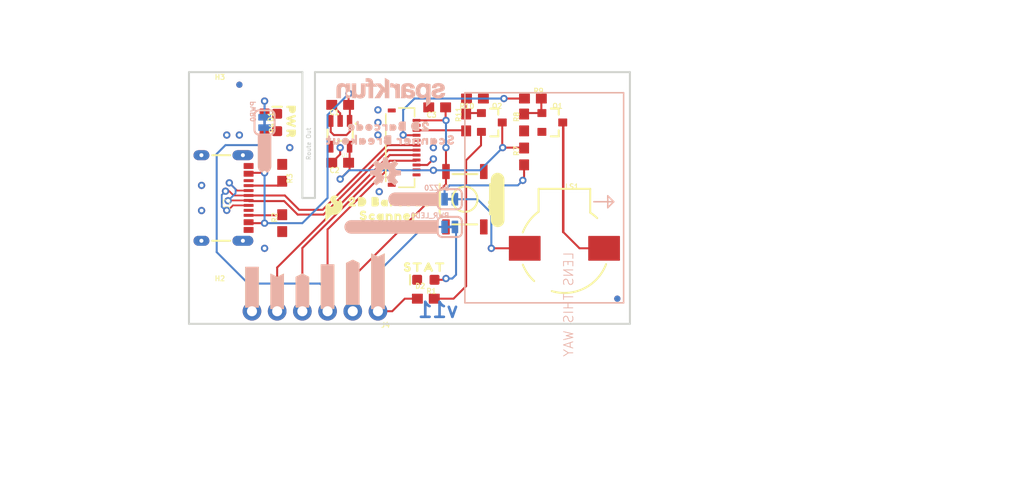
<source format=kicad_pcb>
(kicad_pcb (version 20211014) (generator pcbnew)
  (layers (0 "F.Cu" signal) (31 "B.Cu" signal) (34 "B.Paste" user) (35 "F.Paste" user) (36 "B.SilkS" user "B.Silkscreen") (37 "F.SilkS" user "F.Silkscreen") (38 "B.Mask" user) (39 "F.Mask" user) (44 "Edge.Cuts" user))
  (net 0 "")
  (net 1 "GND")
  (net 2 "3.3V")
  (net 3 "TXO")
  (net 4 "RXI")
  (net 5 "5V")
  (net 6 "CC3")
  (net 7 "CC4")
  (net 8 "BUZZER")
  (net 9 "STATUS_LED")
  (net 10 "~{SCAN_TRIGGER}")
  (net 11 "N$2")
  (net 12 "N$5")
  (net 13 "N$4")
  (net 14 "N$7")
  (net 15 "USB_N")
  (net 16 "USB_P")
  (net 17 "STATUS_OUT")
  (net 18 "N$8")
  (net 19 "N$1")
  (net 20 "N$3")
  (net 21 "N$6")
  (net 22 "N$9")
  (footprint "boardEagle:SOT23-3" (layer "F.Cu") (at 162.8521 97.3836 -90)
    (fp_text reference "Q1" (at -1.651 0) (layer "F.SilkS") (effects (font (size 0.512064 0.512064) (thickness 0.097536)) (justify left)))
    (fp_text value "600mA/40V")
    (pad "1" smd roundrect (at -0.95 1 270) (size 0.8 0.9) (layers "F.Cu" "F.Paste" "F.Mask") (roundrect_rratio 0.0635) (net 12 "N$5"))
    (pad "2" smd roundrect (at 0.95 1 270) (size 0.8 0.9) (layers "F.Cu" "F.Paste" "F.Mask") (roundrect_rratio 0.0635) (net 1 "GND"))
    (pad "3" smd roundrect (at 0 -1.1 270) (size 0.8 0.9) (layers "F.Cu" "F.Paste" "F.Mask") (roundrect_rratio 0.0635) (net 11 "N$2"))
  )
  (footprint "boardEagle:0603" (layer "F.Cu") (at 160.0581 100.8126 90)
    (fp_text reference "R7" (at 0 -0.762 90) (layer "F.SilkS") (effects (font (size 0.512064 0.512064) (thickness 0.097536)) (justify left)))
    (fp_text value "10")
    (pad "1" smd roundrect (at -0.85 0 90) (size 1.1 1) (layers "F.Cu" "F.Paste" "F.Mask") (roundrect_rratio 0.0508) (net 19 "N$1"))
    (pad "2" smd roundrect (at 0.85 0 90) (size 1.1 1) (layers "F.Cu" "F.Paste" "F.Mask") (roundrect_rratio 0.0508) (net 2 "3.3V"))
  )
  (footprint "boardEagle:BUZZER-CCV" (layer "F.Cu") (at 164.1221 110.0836 180)
    (fp_text reference "LS1" (at 0 6.223) (layer "F.SilkS") (effects (font (size 0.512064 0.512064) (thickness 0.097536)) (justify left)))
    (fp_text value "BUZZER-SMD")
    (pad "" np_thru_hole circle (at 2.25 -3.9 180) (size 0.8 0.8) (drill 0.8) (layers *.Cu *.Mask))
    (pad "" np_thru_hole circle (at -3.9 2.25 180) (size 0.8 0.8) (drill 0.8) (layers *.Cu *.Mask))
    (pad "+" smd roundrect (at 4 0 180) (size 3.2 2.5) (layers "F.Cu" "F.Paste" "F.Mask") (roundrect_rratio 0.02032) (net 20 "N$3"))
    (pad "-" smd roundrect (at -4 0 180) (size 3.2 2.5) (layers "F.Cu" "F.Paste" "F.Mask") (roundrect_rratio 0.02032) (net 11 "N$2"))
  )
  (footprint "boardEagle:0603" (layer "F.Cu") (at 154.2161 97.3836 90)
    (fp_text reference "R11" (at 0 -0.762 90) (layer "F.SilkS") (effects (font (size 0.512064 0.512064) (thickness 0.097536)) (justify left)))
    (fp_text value "1k")
    (pad "1" smd roundrect (at -0.85 0 90) (size 1.1 1) (layers "F.Cu" "F.Paste" "F.Mask") (roundrect_rratio 0.0508) (net 9 "STATUS_LED"))
    (pad "2" smd roundrect (at 0.85 0 90) (size 1.1 1) (layers "F.Cu" "F.Paste" "F.Mask") (roundrect_rratio 0.0508) (net 14 "N$7"))
  )
  (footprint "boardEagle:SOT23-3" (layer "F.Cu") (at 156.7561 97.3836 -90)
    (fp_text reference "Q2" (at -1.651 0) (layer "F.SilkS") (effects (font (size 0.512064 0.512064) (thickness 0.097536)) (justify left)))
    (fp_text value "600mA/40V")
    (pad "1" smd roundrect (at -0.95 1 270) (size 0.8 0.9) (layers "F.Cu" "F.Paste" "F.Mask") (roundrect_rratio 0.0635) (net 14 "N$7"))
    (pad "2" smd roundrect (at 0.95 1 270) (size 0.8 0.9) (layers "F.Cu" "F.Paste" "F.Mask") (roundrect_rratio 0.0635) (net 13 "N$4"))
    (pad "3" smd roundrect (at 0 -1.1 270) (size 0.8 0.9) (layers "F.Cu" "F.Paste" "F.Mask") (roundrect_rratio 0.0635) (net 2 "3.3V"))
  )
  (footprint "boardEagle:0603" (layer "F.Cu") (at 160.9471 94.9706)
    (fp_text reference "R9" (at 0 -0.762) (layer "F.SilkS") (effects (font (size 0.512064 0.512064) (thickness 0.097536)) (justify left)))
    (fp_text value "1k")
    (pad "1" smd roundrect (at -0.85 0) (size 1.1 1) (layers "F.Cu" "F.Paste" "F.Mask") (roundrect_rratio 0.0508) (net 8 "BUZZER"))
    (pad "2" smd roundrect (at 0.85 0) (size 1.1 1) (layers "F.Cu" "F.Paste" "F.Mask") (roundrect_rratio 0.0508) (net 12 "N$5"))
  )
  (footprint "boardEagle:LED-0603" (layer "F.Cu") (at 150.1521 113.2586 180)
    (fp_text reference "D2" (at 0 -0.635) (layer "F.SilkS") (effects (font (size 0.512064 0.512064) (thickness 0.097536)) (justify right)))
    (fp_text value "GREEN")
    (pad "A" smd roundrect (at -0.877 0 90) (size 1 1) (layers "F.Cu" "F.Paste" "F.Mask") (roundrect_rratio 0.15) (net 18 "N$8"))
    (pad "C" smd roundrect (at 0.877 0 90) (size 1 1) (layers "F.Cu" "F.Paste" "F.Mask") (roundrect_rratio 0.15) (net 1 "GND"))
  )
  (footprint "boardEagle:FIDUCIAL-MICRO" (layer "F.Cu") (at 169.4561 115.1636)
    (fp_text reference "FD2" hide)
    (fp_text value "FIDUCIALUFIDUCIAL" hide)
    (pad "1" smd roundrect (at 0 0) (size 0.635 0.635) (layers "F.Cu" "F.Mask") (roundrect_rratio 0.5))
  )
  (footprint "boardEagle:LED-0603" (layer "F.Cu") (at 135.1661 97.3836 90)
    (fp_text reference "D1" (at 0 -0.635 90) (layer "F.SilkS") (effects (font (size 0.512064 0.512064) (thickness 0.097536)) (justify left)))
    (fp_text value "RED")
    (pad "A" smd roundrect (at -0.877 0) (size 1 1) (layers "F.Cu" "F.Paste" "F.Mask") (roundrect_rratio 0.15) (net 22 "N$9"))
    (pad "C" smd roundrect (at 0.877 0) (size 1 1) (layers "F.Cu" "F.Paste" "F.Mask") (roundrect_rratio 0.15) (net 1 "GND"))
  )
  (footprint "boardEagle:0603" (layer "F.Cu") (at 155.1051 94.9706 180)
    (fp_text reference "R10" (at 0 -0.762) (layer "F.SilkS") (effects (font (size 0.512064 0.512064) (thickness 0.097536)) (justify right)))
    (fp_text value "10k")
    (pad "1" smd roundrect (at -0.85 0 180) (size 1.1 1) (layers "F.Cu" "F.Paste" "F.Mask") (roundrect_rratio 0.0508) (net 1 "GND"))
    (pad "2" smd roundrect (at 0.85 0 180) (size 1.1 1) (layers "F.Cu" "F.Paste" "F.Mask") (roundrect_rratio 0.0508) (net 14 "N$7"))
  )
  (footprint "boardEagle:0603" (layer "F.Cu") (at 160.0581 97.3836 90)
    (fp_text reference "R8" (at 0 -0.762 90) (layer "F.SilkS") (effects (font (size 0.512064 0.512064) (thickness 0.097536)) (justify left)))
    (fp_text value "10k")
    (pad "1" smd roundrect (at -0.85 0 90) (size 1.1 1) (layers "F.Cu" "F.Paste" "F.Mask") (roundrect_rratio 0.0508) (net 1 "GND"))
    (pad "2" smd roundrect (at 0.85 0 90) (size 1.1 1) (layers "F.Cu" "F.Paste" "F.Mask") (roundrect_rratio 0.0508) (net 12 "N$5"))
  )
  (footprint "boardEagle:0603" (layer "F.Cu") (at 141.5161 101.4476 180)
    (fp_text reference "C2" (at 0 -0.762) (layer "F.SilkS") (effects (font (size 0.512064 0.512064) (thickness 0.097536)) (justify right)))
    (fp_text value "1.0uF")
    (pad "1" smd roundrect (at -0.85 0 180) (size 1.1 1) (layers "F.Cu" "F.Paste" "F.Mask") (roundrect_rratio 0.0508) (net 2 "3.3V"))
    (pad "2" smd roundrect (at 0.85 0 180) (size 1.1 1) (layers "F.Cu" "F.Paste" "F.Mask") (roundrect_rratio 0.0508) (net 1 "GND"))
  )
  (footprint "boardEagle:##TRIG##0" (layer "F.Cu") (at 142.7861 111.2266 -90)
    (fp_text reference "U$1" hide)
    (fp_text value "" hide)
  )
  (footprint "boardEagle:PWR0" (layer "F.Cu") (at 136.5631 94.9706 -90)
    (fp_text reference "U$8" hide)
    (fp_text value "" hide)
  )
  (footprint "boardEagle:1X06_NO_SILK" (layer "F.Cu") (at 145.3261 116.4336 180)
    (fp_text reference "J4" (at -1.27 -1.397) (layer "F.SilkS") (effects (font (size 0.512064 0.512064) (thickness 0.097536)) (justify right)))
    (fp_text value "")
    (pad "1" thru_hole circle (at 0 0 270) (size 1.8796 1.8796) (drill 1.016) (layers *.Cu *.Mask) (net 17 "STATUS_OUT"))
    (pad "2" thru_hole circle (at 2.54 0 270) (size 1.8796 1.8796) (drill 1.016) (layers *.Cu *.Mask) (net 10 "~{SCAN_TRIGGER}"))
    (pad "3" thru_hole circle (at 5.08 0 270) (size 1.8796 1.8796) (drill 1.016) (layers *.Cu *.Mask) (net 2 "3.3V"))
    (pad "4" thru_hole circle (at 7.62 0 270) (size 1.8796 1.8796) (drill 1.016) (layers *.Cu *.Mask) (net 4 "RXI"))
    (pad "5" thru_hole circle (at 10.16 0 270) (size 1.8796 1.8796) (drill 1.016) (layers *.Cu *.Mask) (net 3 "TXO"))
    (pad "6" thru_hole circle (at 12.7 0 270) (size 1.8796 1.8796) (drill 1.016) (layers *.Cu *.Mask) (net 1 "GND"))
  )
  (footprint "boardEagle:#TX_#0" (layer "F.Cu") (at 135.1661 112.6236 -90)
    (fp_text reference "U$26" hide)
    (fp_text value "" hide)
  )
  (footprint "boardEagle:TACTILE_SWITCH_SMD_5.2MM" (layer "F.Cu") (at 154.0891 105.1306 -90)
    (fp_text reference "S2" (at 0 -2.667 90) (layer "F.SilkS") (effects (font (size 0.512064 0.512064) (thickness 0.097536)) (justify right)))
    (fp_text value "MOMENTARY-SWITCH-SPST-SMD-5.2MM-TALL")
    (pad "1" smd roundrect (at -2.794 -1.905) (size 0.762 1.524) (layers "F.Cu" "F.Paste" "F.Mask") (roundrect_rratio 0.06666666667) (net 1 "GND"))
    (pad "2" smd roundrect (at 2.794 -1.905) (size 0.762 1.524) (layers "F.Cu" "F.Paste" "F.Mask") (roundrect_rratio 0.06666666667))
    (pad "3" smd roundrect (at -2.794 1.905) (size 0.762 1.524) (layers "F.Cu" "F.Paste" "F.Mask") (roundrect_rratio 0.06666666667) (net 10 "~{SCAN_TRIGGER}"))
    (pad "4" smd roundrect (at 2.794 1.905) (size 0.762 1.524) (layers "F.Cu" "F.Paste" "F.Mask") (roundrect_rratio 0.06666666667))
  )
  (footprint "boardEagle:0603" (layer "F.Cu") (at 135.6741 102.4636 -90)
    (fp_text reference "R3" (at 0 -0.762 90) (layer "F.SilkS") (effects (font (size 0.512064 0.512064) (thickness 0.097536)) (justify right)))
    (fp_text value "5.1k")
    (pad "1" smd roundrect (at -0.85 0 270) (size 1.1 1) (layers "F.Cu" "F.Paste" "F.Mask") (roundrect_rratio 0.0508) (net 1 "GND"))
    (pad "2" smd roundrect (at 0.85 0 270) (size 1.1 1) (layers "F.Cu" "F.Paste" "F.Mask") (roundrect_rratio 0.0508) (net 6 "CC3"))
  )
  (footprint "boardEagle:0603" (layer "F.Cu") (at 135.6741 107.5436 90)
    (fp_text reference "R2" (at 0 -0.762 90) (layer "F.SilkS") (effects (font (size 0.512064 0.512064) (thickness 0.097536)) (justify left)))
    (fp_text value "5.1k")
    (pad "1" smd roundrect (at -0.85 0 90) (size 1.1 1) (layers "F.Cu" "F.Paste" "F.Mask") (roundrect_rratio 0.0508) (net 1 "GND"))
    (pad "2" smd roundrect (at 0.85 0 90) (size 1.1 1) (layers "F.Cu" "F.Paste" "F.Mask") (roundrect_rratio 0.0508) (net 7 "CC4"))
  )
  (footprint "boardEagle:FPC_12_0.5MM" (layer "F.Cu") (at 147.8661 99.9236 -90)
    (fp_text reference "J3" hide)
    (fp_text value "" hide)
    (pad "1" smd roundrect (at -2.75 -1.35 270) (size 0.3 0.8) (layers "F.Cu" "F.Mask") (roundrect_rratio 0.1693333333) (net 10 "~{SCAN_TRIGGER}"))
    (pad "2" smd roundrect (at -2.25 -1.35 270) (size 0.3 0.8) (layers "F.Cu" "F.Mask") (roundrect_rratio 0.1693333333))
    (pad "3" smd roundrect (at -1.75 -1.35 270) (size 0.3 0.8) (layers "F.Cu" "F.Mask") (roundrect_rratio 0.1693333333) (net 9 "STATUS_LED"))
    (pad "4" smd roundrect (at -1.25 -1.35 270) (size 0.3 0.8) (layers "F.Cu" "F.Mask") (roundrect_rratio 0.1693333333) (net 8 "BUZZER"))
    (pad "5" smd roundrect (at -0.75 -1.35 270) (size 0.3 0.8) (layers "F.Cu" "F.Mask") (roundrect_rratio 0.1693333333))
    (pad "6" smd roundrect (at -0.25 -1.35 270) (size 0.3 0.8) (layers "F.Cu" "F.Mask") (roundrect_rratio 0.1693333333) (net 16 "USB_P"))
    (pad "7" smd roundrect (at 0.25 -1.35 270) (size 0.3 0.8) (layers "F.Cu" "F.Mask") (roundrect_rratio 0.1693333333) (net 15 "USB_N"))
    (pad "8" smd roundrect (at 0.75 -1.35 270) (size 0.3 0.8) (layers "F.Cu" "F.Mask") (roundrect_rratio 0.1693333333) (net 3 "TXO"))
    (pad "9" smd roundrect (at 1.25 -1.35 270) (size 0.3 0.8) (layers "F.Cu" "F.Mask") (roundrect_rratio 0.1693333333) (net 4 "RXI"))
    (pad "10" smd roundrect (at 1.75 -1.35 270) (size 0.3 0.8) (layers "F.Cu" "F.Mask") (roundrect_rratio 0.1693333333) (net 1 "GND"))
    (pad "11" smd roundrect (at 2.25 -1.35 270) (size 0.3 0.8) (layers "F.Cu" "F.Mask") (roundrect_rratio 0.1693333333) (net 2 "3.3V"))
    (pad "12" smd roundrect (at 2.75 -1.35 270) (size 0.3 0.8) (layers "F.Cu" "F.Mask") (roundrect_rratio 0.1693333333))
    (pad "MP1" smd roundrect (at -3.75 1.15 270) (size 0.4 0.8) (layers "F.Cu" "F.Paste" "F.Mask") (roundrect_rratio 0.127))
    (pad "MP2" smd roundrect (at 3.75 1.15 270) (size 0.4 0.8) (layers "F.Cu" "F.Paste" "F.Mask") (roundrect_rratio 0.127))
  )
  (footprint "boardEagle:0603" (layer "F.Cu") (at 141.5161 95.6056 180)
    (fp_text reference "C1" (at 0 -0.762) (layer "F.SilkS") (effects (font (size 0.512064 0.512064) (thickness 0.097536)) (justify right)))
    (fp_text value "1.0uF")
    (pad "1" smd roundrect (at -0.85 0 180) (size 1.1 1) (layers "F.Cu" "F.Paste" "F.Mask") (roundrect_rratio 0.0508) (net 5 "5V"))
    (pad "2" smd roundrect (at 0.85 0 180) (size 1.1 1) (layers "F.Cu" "F.Paste" "F.Mask") (roundrect_rratio 0.0508) (net 1 "GND"))
  )
  (footprint "boardEagle:#SCAN#0" (layer "F.Cu") (at 157.3911 102.4636 -90)
    (fp_text reference "U$4" hide)
    (fp_text value "" hide)
  )
  (footprint "boardEagle:#RX_#0" (layer "F.Cu") (at 137.7061 112.6236 -90)
    (fp_text reference "U$30" hide)
    (fp_text value "" hide)
  )
  (footprint "boardEagle:#STAT_#0" (layer "F.Cu") (at 145.3261 110.5916 -90)
    (fp_text reference "U$2" hide)
    (fp_text value "" hide)
  )
  (footprint "boardEagle:USB-C-16P-2LAYER-PADS" (layer "F.Cu") (at 132.6261 105.0036 -90)
    (fp_text reference "J2" (at 0 2.54 90) (layer "F.SilkS") (effects (font (size 0.705917 0.705917) (thickness 0.056083)) (justify right)))
    (fp_text value "")
    (fp_poly (pts (xy 4.448715 4.307166) (xy 4.570522 4.35762) (xy 4.675119 4.437881) (xy 4.75538 4.542478) (xy 4.805834 4.664285) (xy 4.823 4.794672) (xy 4.823 5.395328) (xy 4.805834 5.525715) (xy 4.75538 5.647522) (xy 4.675119 5.752119) (xy 4.570522 5.83238) (xy 4.448715 5.882834) (xy 4.318 5.900043) (xy 4.187285 5.882834) (xy 4.065478 5.83238) (xy 3.960881 5.752119) (xy 3.880415 5.647255) (xy 3.813 5.395658) (xy 3.813 4.794672) (xy 3.830166 4.664285) (xy 3.88062 4.542478) (xy 3.960881 4.437881) (xy 4.065745 4.357415) (xy 4.317667 4.289913)) (layer "F.Cu") (width 0) (fill solid))
    (fp_poly (pts (xy -4.187285 4.307166) (xy -4.065478 4.35762) (xy -3.960881 4.437881) (xy -3.88062 4.542478) (xy -3.830166 4.664285) (xy -3.813 4.794672) (xy -3.813 5.395328) (xy -3.830166 5.525715) (xy -3.88062 5.647522) (xy -3.960881 5.752119) (xy -4.065478 5.83238) (xy -4.187285 5.882834) (xy -4.318 5.900043) (xy -4.448715 5.882834) (xy -4.570522 5.83238) (xy -4.675119 5.752119) (xy -4.755585 5.647255) (xy -4.823 5.395658) (xy -4.823 4.794672) (xy -4.805834 4.664285) (xy -4.75538 4.542478) (xy -4.675119 4.437881) (xy -4.570255 4.357415) (xy -4.318333 4.289913)) (layer "F.Cu") (width 0) (fill solid))
    (fp_poly (pts (xy 4.448715 -0.122834) (xy 4.570522 -0.07238) (xy 4.675119 0.007881) (xy 4.75538 0.112478) (xy 4.805834 0.234285) (xy 4.823 0.364672) (xy 4.823 1.465328) (xy 4.805834 1.595715) (xy 4.75538 1.717522) (xy 4.675119 1.822119) (xy 4.570522 1.90238) (xy 4.448715 1.952834) (xy 4.318 1.970043) (xy 4.187285 1.952834) (xy 4.065478 1.90238) (xy 3.960881 1.822119) (xy 3.880415 1.717255) (xy 3.813 1.465658) (xy 3.813 0.364672) (xy 3.830166 0.234285) (xy 3.88062 0.112478) (xy 3.960881 0.007881) (xy 4.065745 -0.072585) (xy 4.317667 -0.140087)) (layer "F.Cu") (width 0) (fill solid))
    (fp_poly (pts (xy -4.187285 -0.122834) (xy -4.065478 -0.07238) (xy -3.960881 0.007881) (xy -3.88062 0.112478) (xy -3.830166 0.234285) (xy -3.813 0.364672) (xy -3.813 1.465328) (xy -3.830166 1.595715) (xy -3.88062 1.717522) (xy -3.960881 1.822119) (xy -4.065478 1.90238) (xy -4.187285 1.952834) (xy -4.318 1.970043) (xy -4.448715 1.952834) (xy -4.570522 1.90238) (xy -4.675119 1.822119) (xy -4.755585 1.717255) (xy -4.823 1.465658) (xy -4.823 0.364672) (xy -4.805834 0.234285) (xy -4.75538 0.112478) (xy -4.675119 0.007881) (xy -4.570255 -0.072585) (xy -4.318333 -0.140087)) (layer "F.Cu") (width 0) (fill solid))
    (fp_poly (pts (xy 4.448715 4.307166) (xy 4.570522 4.35762) (xy 4.675119 4.437881) (xy 4.75538 4.542478) (xy 4.805834 4.664285) (xy 4.823 4.794672) (xy 4.823 5.395328) (xy 4.805834 5.525715) (xy 4.75538 5.647522) (xy 4.675119 5.752119) (xy 4.570522 5.83238) (xy 4.448715 5.882834) (xy 4.317667 5.900087) (xy 4.065745 5.832585) (xy 3.960881 5.752119) (xy 3.88062 5.647522) (xy 3.830166 5.525715) (xy 3.813 5.395328) (xy 3.813 4.794672) (xy 3.830166 4.664285) (xy 3.88062 4.542478) (xy 3.960881 4.437881) (xy 4.065478 4.35762) (xy 4.187285 4.307166) (xy 4.318 4.289957)) (layer "B.Cu") (width 0) (fill solid))
    (fp_poly (pts (xy 4.448715 -0.122834) (xy 4.570522 -0.07238) (xy 4.675119 0.007881) (xy 4.75538 0.112478) (xy 4.805834 0.234285) (xy 4.823 0.364672) (xy 4.823 1.465328) (xy 4.805834 1.595715) (xy 4.75538 1.717522) (xy 4.675119 1.822119) (xy 4.570522 1.90238) (xy 4.448715 1.952834) (xy 4.317667 1.970087) (xy 4.065745 1.902585) (xy 3.960881 1.822119) (xy 3.88062 1.717522) (xy 3.830166 1.595715) (xy 3.813 1.465328) (xy 3.813 0.364672) (xy 3.830166 0.234285) (xy 3.88062 0.112478) (xy 3.960881 0.007881) (xy 4.065478 -0.07238) (xy 4.187285 -0.122834) (xy 4.318 -0.140043)) (layer "B.Cu") (width 0) (fill solid))
    (fp_poly (pts (xy -4.187285 -0.122834) (xy -4.065478 -0.07238) (xy -3.960881 0.007881) (xy -3.88062 0.112478) (xy -3.830166 0.234285) (xy -3.813 0.364672) (xy -3.813 1.465328) (xy -3.830166 1.595715) (xy -3.88062 1.717522) (xy -3.960881 1.822119) (xy -4.065478 1.90238) (xy -4.187285 1.952834) (xy -4.318333 1.970087) (xy -4.570255 1.902585) (xy -4.675119 1.822119) (xy -4.75538 1.717522) (xy -4.805834 1.595715) (xy -4.823 1.465328) (xy -4.823 0.364672) (xy -4.805834 0.234285) (xy -4.75538 0.112478) (xy -4.675119 0.007881) (xy -4.570522 -0.07238) (xy -4.448715 -0.122834) (xy -4.318 -0.140043)) (layer "B.Cu") (width 0) (fill solid))
    (fp_poly (pts (xy -4.187285 4.307166) (xy -4.065478 4.35762) (xy -3.960881 4.437881) (xy -3.88062 4.542478) (xy -3.830166 4.664285) (xy -3.813 4.794672) (xy -3.813 5.395328) (xy -3.830166 5.525715) (xy -3.88062 5.647522) (xy -3.960881 5.752119) (xy -4.065478 5.83238) (xy -4.187285 5.882834) (xy -4.318333 5.900087) (xy -4.570255 5.832585) (xy -4.675119 5.752119) (xy -4.75538 5.647522) (xy -4.805834 5.525715) (xy -4.823 5.395328) (xy -4.823 4.794672) (xy -4.805834 4.664285) (xy -4.75538 4.542478) (xy -4.675119 4.437881) (xy -4.570522 4.35762) (xy -4.448715 4.307166) (xy -4.318 4.289957)) (layer "B.Cu") (width 0) (fill solid))
    (pad "" np_thru_hole circle (at 2.89 1.445 270) (size 0.65 0.65) (drill 0.65) (layers *.Cu *.Mask))
    (pad "" np_thru_hole circle (at -2.89 1.445 270) (size 0.65 0.65) (drill 0.65) (layers *.Cu *.Mask))
    (pad "A5" smd roundrect (at -1.25 0.34 90) (size 0.3 1) (layers "F.Cu" "F.Paste" "F.Mask") (roundrect_rratio 0.1693333333) (net 6 "CC3"))
    (pad "A6" smd roundrect (at -0.25 0.34 90) (size 0.3 1) (layers "F.Cu" "F.Paste" "F.Mask") (roundrect_rratio 0.1693333333) (net 16 "USB_P"))
    (pad "A7" smd roundrect (at 0.25 0.34 270) (size 0.3 1) (layers "F.Cu" "F.Paste" "F.Mask") (roundrect_rratio 0.1693333333) (net 15 "USB_N"))
    (pad "A8" smd roundrect (at 1.25 0.34 270) (size 0.3 1) (layers "F.Cu" "F.Paste" "F.Mask") (roundrect_rratio 0.1693333333))
    (pad "B5" smd roundrect (at 1.75 0.34 270) (size 0.3 1) (layers "F.Cu" "F.Paste" "F.Mask") (roundrect_rratio 0.1693333333) (net 7 "CC4"))
    (pad "B6" smd roundrect (at 0.75 0.34 270) (size 0.3 1) (layers "F.Cu" "F.Paste" "F.Mask") (roundrect_rratio 0.1693333333) (net 16 "USB_P"))
    (pad "B7" smd roundrect (at -0.75 0.34 90) (size 0.3 1) (layers "F.Cu" "F.Paste" "F.Mask") (roundrect_rratio 0.1693333333) (net 15 "USB_N"))
    (pad "B8" smd roundrect (at -1.75 0.34 90) (size 0.3 1) (layers "F.Cu" "F.Paste" "F.Mask") (roundrect_rratio 0.1693333333))
    (pad "GND" smd roundrect (at -3.225 0.34 90) (size 0.6 1) (layers "F.Cu" "F.Paste" "F.Mask") (roundrect_rratio 0.08466666667) (net 1 "GND"))
    (pad "GND2" smd roundrect (at 3.225 0.34 270) (size 0.6 1) (layers "F.Cu" "F.Paste" "F.Mask") (roundrect_rratio 0.08466666667) (net 1 "GND"))
    (pad "SHLD1" thru_hole oval (at -4.318 0.915) (size 1.2 0.6) (drill 0.4) (layers *.Cu))
    (pad "SHLD2" thru_hole oval (at 4.318 0.915) (size 1.2 0.6) (drill 0.4) (layers *.Cu))
    (pad "SHLD3" thru_hole oval (at -4.318 5.095) (size 1.2 0.6) (drill 0.4) (layers *.Cu))
    (pad "SHLD4" thru_hole oval (at 4.318 5.095) (size 1.2 0.6) (drill 0.4) (layers *.Cu))
    (pad "VBUS1" smd roundrect (at -2.45 0.34 90) (size 0.6 1) (layers "F.Cu" "F.Paste" "F.Mask") (roundrect_rratio 0.08466666667) (net 5 "5V"))
    (pad "VBUS2" smd roundrect (at 2.45 0.34 270) (size 0.6 1) (layers "F.Cu" "F.Paste" "F.Mask") (roundrect_rratio 0.08466666667) (net 5 "5V"))
  )
  (footprint "boardEagle:#GND_#0" (layer "F.Cu") (at 132.6261 111.6076 -90)
    (fp_text reference "U$32" hide)
    (fp_text value "" hide)
  )
  (footprint "boardEagle:STAND-OFF" (layer "F.Cu") (at 128.8161 94.8436)
    (fp_text reference "H3" (at 0 -2.032) (layer "F.SilkS") (effects (font (size 0.512064 0.512064) (thickness 0.097536)) (justify left)))
    (fp_text value "STAND-OFF")
    (pad "" np_thru_hole circle (at 0 0) (size 3.302 3.302) (drill 3.302) (layers *.Cu *.Mask))
  )
  (footprint "boardEagle:SOT23-5" (layer "F.Cu") (at 141.5161 98.5266 180)
    (fp_text reference "U1" (at -0.889 -2.159) (layer "F.SilkS") (effects (font (size 0.367386 0.367386) (thickness 0.039014)) (justify right)))
    (fp_text value "3.3V")
    (pad "1" smd roundrect (at -0.95 1.3001 180) (size 0.55 1.2) (layers "F.Cu" "F.Paste" "F.Mask") (roundrect_rratio 0.09236363636) (net 5 "5V"))
    (pad "2" smd roundrect (at 0 1.3001 180) (size 0.55 1.2) (layers "F.Cu" "F.Paste" "F.Mask") (roundrect_rratio 0.09236363636) (net 1 "GND"))
    (pad "3" smd roundrect (at 0.95 1.3001 180) (size 0.55 1.2) (layers "F.Cu" "F.Paste" "F.Mask") (roundrect_rratio 0.09236363636) (net 5 "5V"))
    (pad "4" smd roundrect (at 0.95 -1.3001 180) (size 0.55 1.2) (layers "F.Cu" "F.Paste" "F.Mask") (roundrect_rratio 0.09236363636))
    (pad "5" smd roundrect (at -0.95 -1.3001 180) (size 0.55 1.2) (layers "F.Cu" "F.Paste" "F.Mask") (roundrect_rratio 0.09236363636) (net 2 "3.3V"))
  )
  (footprint "boardEagle:SFE_LOGO_FLAME_.1" (layer "F.Cu") (at 140.8811 106.0196)
    (fp_text reference "LOGO2" hide)
    (fp_text value "SFE_LOGO_FLAME.1_INCH" hide)
  )
  (footprint "boardEagle:STAND-OFF" (layer "F.Cu") (at 128.8161 115.1636)
    (fp_text reference "H2" (at 0 -2.032) (layer "F.SilkS") (effects (font (size 0.512064 0.512064) (thickness 0.097536)) (justify left)))
    (fp_text value "STAND-OFF")
    (pad "" np_thru_hole circle (at 0 0) (size 3.302 3.302) (drill 3.302) (layers *.Cu *.Mask))
  )
  (footprint "boardEagle:0603" (layer "F.Cu") (at 151.2951 95.8596 180)
    (fp_text reference "C3" (at 0 -0.762) (layer "F.SilkS") (effects (font (size 0.512064 0.512064) (thickness 0.097536)) (justify right)))
    (fp_text value "0.1uF")
    (pad "1" smd roundrect (at -0.85 0 180) (size 1.1 1) (layers "F.Cu" "F.Paste" "F.Mask") (roundrect_rratio 0.0508) (net 10 "~{SCAN_TRIGGER}"))
    (pad "2" smd roundrect (at 0.85 0 180) (size 1.1 1) (layers "F.Cu" "F.Paste" "F.Mask") (roundrect_rratio 0.0508) (net 1 "GND"))
  )
  (footprint "boardEagle:2D_BARCODE0" (layer "F.Cu") (at 141.6431 105.3846)
    (fp_text reference "U$17" hide)
    (fp_text value "" hide)
  )
  (footprint "boardEagle:SCANNER0" (layer "F.Cu") (at 142.7861 106.7816)
    (fp_text reference "U$19" hide)
    (fp_text value "" hide)
  )
  (footprint "boardEagle:#3#3V_#0" (layer "F.Cu") (at 140.2461 111.3536 -90)
    (fp_text reference "U$28" hide)
    (fp_text value "" hide)
  )
  (footprint "boardEagle:FIDUCIAL-MICRO" (layer "F.Cu") (at 131.3561 93.5736)
    (fp_text reference "FD1" hide)
    (fp_text value "FIDUCIALUFIDUCIAL" hide)
    (pad "1" smd roundrect (at 0 0) (size 0.635 0.635) (layers "F.Cu" "F.Mask") (roundrect_rratio 0.5))
  )
  (footprint "boardEagle:0603" (layer "F.Cu") (at 133.8961 97.3836 -90)
    (fp_text reference "R4" (at 0 -0.762 90) (layer "F.SilkS") (effects (font (size 0.512064 0.512064) (thickness 0.097536)) (justify right)))
    (fp_text value "1k")
    (pad "1" smd roundrect (at -0.85 0 270) (size 1.1 1) (layers "F.Cu" "F.Paste" "F.Mask") (roundrect_rratio 0.0508) (net 21 "N$6"))
    (pad "2" smd roundrect (at 0.85 0 270) (size 1.1 1) (layers "F.Cu" "F.Paste" "F.Mask") (roundrect_rratio 0.0508) (net 22 "N$9"))
  )
  (footprint "boardEagle:0603" (layer "F.Cu") (at 150.1521 115.1636)
    (fp_text reference "R1" (at 0 -0.762) (layer "F.SilkS") (effects (font (size 0.512064 0.512064) (thickness 0.097536)) (justify left)))
    (fp_text value "100")
    (pad "1" smd roundrect (at -0.85 0) (size 1.1 1) (layers "F.Cu" "F.Paste" "F.Mask") (roundrect_rratio 0.0508) (net 17 "STATUS_OUT"))
    (pad "2" smd roundrect (at 0.85 0) (size 1.1 1) (layers "F.Cu" "F.Paste" "F.Mask") (roundrect_rratio 0.0508) (net 13 "N$4"))
  )
  (footprint "boardEagle:STAT0" (layer "F.Cu") (at 147.2311 111.9886)
    (fp_text reference "U$3" hide)
    (fp_text value "" hide)
  )
  (footprint "boardEagle:CREATIVE_COMMONS" (layer "F.Cu") (at 127.5461 127.8636)
    (fp_text reference "FRAME1" hide)
    (fp_text value "FRAME-LETTER" hide)
  )
  (footprint "boardEagle:SMT-JUMPER_2_NC_TRACE_SILK" (layer "B.Cu") (at 133.8961 97.3836 -90)
    (fp_text reference "PWR0" (at 0 1.143 -270) (layer "B.SilkS") (effects (font (size 0.512064 0.512064) (thickness 0.097536)) (justify right mirror)))
    (fp_text value "JUMPER-SMT_2_NC_TRACE_SILK")
    (fp_poly (pts (xy 0.1905 -0.13335) (xy -0.70485 -0.13335) (xy -0.70485 0.13335) (xy 0.1905 0.13335)) (layer "B.Cu") (width 0) (fill solid))
    (pad "1" smd roundrect (at -0.5207 0 270) (size 0.6604 1.27) (layers "B.Cu" "B.Mask") (roundrect_rratio 0.07692307692) (net 21 "N$6"))
    (pad "2" smd roundrect (at 0.5207 0 270) (size 0.6604 1.27) (layers "B.Cu" "B.Mask") (roundrect_rratio 0.07692307692) (net 2 "3.3V"))
  )
  (footprint "boardEagle:2D_BARCODE0" (layer "B.Cu") (at 151.1681 97.7646 180)
    (fp_text reference "U$18" hide)
    (fp_text value "" hide)
  )
  (footprint "boardEagle:OSHW-LOGO-S" (layer "B.Cu") (at 146.0881 102.4636 180)
    (fp_text reference "LOGO1" hide)
    (fp_text value "OSHW-LOGOS" hide)
  )
  (footprint "boardEagle:SFE_LOGO_NAME_.1" (layer "B.Cu") (at 146.5961 94.3356 180)
    (fp_text reference "LOGO3" hide)
    (fp_text value "SFE_LOGO_NAME.1_INCH" hide)
  )
  (footprint "boardEagle:#LED#0" (layer "B.Cu") (at 133.8961 98.2726 -90)
    (fp_text reference "U$9" hide)
    (fp_text value "" hide)
  )
  (footprint "boardEagle:#TX_#0" (layer "B.Cu") (at 135.1661 112.6236 -90)
    (fp_text reference "U$27" hide)
    (fp_text value "" hide)
  )
  (footprint "boardEagle:SMT-JUMPER_2_NC_TRACE_SILK" (layer "B.Cu") (at 152.5651 105.1306 180)
    (fp_text reference "BUZZ0" (at 0 1.143) (layer "B.SilkS") (effects (font (size 0.512064 0.512064) (thickness 0.097536)) (justify left mirror)))
    (fp_text value "JUMPER-SMT_2_NC_TRACE_SILK")
    (fp_poly (pts (xy 0.1905 -0.13335) (xy -0.70485 -0.13335) (xy -0.70485 0.13335) (xy 0.1905 0.13335)) (layer "B.Cu") (width 0) (fill solid))
    (pad "1" smd roundrect (at -0.5207 0 180) (size 0.6604 1.27) (layers "B.Cu" "B.Mask") (roundrect_rratio 0.07692307692) (net 20 "N$3"))
    (pad "2" smd roundrect (at 0.5207 0 180) (size 0.6604 1.27) (layers "B.Cu" "B.Mask") (roundrect_rratio 0.07692307692) (net 19 "N$1"))
  )
  (footprint "boardEagle:##TRIG##0" (layer "B.Cu") (at 142.7861 111.2266 -90)
    (fp_text reference "U$7" hide)
    (fp_text value "" hide)
  )
  (footprint "boardEagle:FIDUCIAL-MICRO" (layer "B.Cu") (at 131.3561 93.5736 180)
    (fp_text reference "FD4" hide)
    (fp_text value "FIDUCIALUFIDUCIAL" hide)
    (pad "1" smd roundrect (at 0 0 180) (size 0.635 0.635) (layers "B.Cu" "B.Mask") (roundrect_rratio 0.5))
  )
  (footprint "boardEagle:SMT-JUMPER_2_NC_TRACE_SILK" (layer "B.Cu") (at 152.5651 107.9246 180)
    (fp_text reference "PWR_LED0" (at 0 1.143) (layer "B.SilkS") (effects (font (size 0.512064 0.512064) (thickness 0.097536)) (justify left mirror)))
    (fp_text value "JUMPER-SMT_2_NC_TRACE_SILK")
    (fp_poly (pts (xy 0.1905 -0.13335) (xy -0.70485 -0.13335) (xy -0.70485 0.13335) (xy 0.1905 0.13335)) (layer "B.Cu") (width 0) (fill solid))
    (pad "1" smd roundrect (at -0.5207 0 180) (size 0.6604 1.27) (layers "B.Cu" "B.Mask") (roundrect_rratio 0.07692307692) (net 18 "N$8"))
    (pad "2" smd roundrect (at 0.5207 0 180) (size 0.6604 1.27) (layers "B.Cu" "B.Mask") (roundrect_rratio 0.07692307692) (net 17 "STATUS_OUT"))
  )
  (footprint "boardEagle:#GND_#0" (layer "B.Cu") (at 132.6261 111.6076 -90)
    (fp_text reference "U$33" hide)
    (fp_text value "" hide)
  )
  (footprint "boardEagle:FIDUCIAL-MICRO" (layer "B.Cu") (at 169.4561 115.1636 180)
    (fp_text reference "FD3" hide)
    (fp_text value "FIDUCIALUFIDUCIAL" hide)
    (pad "1" smd roundrect (at 0 0 180) (size 0.635 0.635) (layers "B.Cu" "B.Mask") (roundrect_rratio 0.5))
  )
  (footprint "boardEagle:#BUZZ#0" (layer "B.Cu") (at 151.6761 105.1306 180)
    (fp_text reference "U$5" hide)
    (fp_text value "" hide)
  )
  (footprint "boardEagle:SCANNER_BREAKOUT0" (layer "B.Cu") (at 153.7081 99.1616 180)
    (fp_text reference "U$20" hide)
    (fp_text value "" hide)
  )
  (footprint "boardEagle:#RX_#0" (layer "B.Cu") (at 137.7061 112.6236 -90)
    (fp_text reference "U$31" hide)
    (fp_text value "" hide)
  )
  (footprint "boardEagle:#STAT_LED#0" (layer "B.Cu") (at 151.6761 107.9246 180)
    (fp_text reference "U$6" hide)
    (fp_text value "" hide)
  )
  (footprint "boardEagle:#STAT_#0" (layer "B.Cu") (at 145.3261 110.5916 -90)
    (fp_text reference "U$21" hide)
    (fp_text value "" hide)
  )
  (footprint "boardEagle:BARCODE_SCANNER_MOUNT" (layer "B.Cu") (at 162.0901 105.3846)
    (fp_text reference "U2" hide)
    (fp_text value "BARCODE_SCANNER_MOUNT" hide)
    (fp_text user "LENS THIS WAY" (at 3 5 -90) (layer "B.SilkS") (effects (font (size 0.93472 0.93472) (thickness 0.08128)) (justify left bottom mirror)))
    (pad "" np_thru_hole circle (at 5.05 -9.1) (size 2 2) (drill 2) (layers *.Cu *.Mask))
    (pad "" np_thru_hole circle (at -5.65 8.3) (size 2 2) (drill 2) (layers *.Cu *.Mask))
  )
  (footprint "boardEagle:#3#3V_#0" (layer "B.Cu") (at 140.2461 111.3536 -90)
    (fp_text reference "U$29" hide)
    (fp_text value "" hide)
  )
  (gr_line (start 126.2761 92.3036) (end 126.2761 117.7036) (layer "Edge.Cuts") (width 0.2032))
  (gr_line (start 138.9761 105.0036) (end 138.9761 92.3036) (layer "Edge.Cuts") (width 0.2032))
  (gr_line (start 126.2761 117.7036) (end 170.7261 117.7036) (layer "Edge.Cuts") (width 0.2032))
  (gr_line (start 170.7261 117.7036) (end 170.7261 92.3036) (layer "Edge.Cuts") (width 0.2032))
  (gr_line (start 170.7261 92.3036) (end 138.9761 92.3036) (layer "Edge.Cuts") (width 0.2032))
  (gr_line (start 137.7061 105.0036) (end 138.9761 105.0036) (layer "Edge.Cuts") (width 0.2032))
  (gr_line (start 137.7061 92.3036) (end 137.7061 105.0036) (layer "Edge.Cuts") (width 0.2032))
  (gr_line (start 137.7061 92.3036) (end 126.2761 92.3036) (layer "Edge.Cuts") (width 0.2032))
  (gr_text "v11" (at 153.5811 117.1956) (layer "B.Cu") (effects (font (size 1.5113 1.5113) (thickness 0.2667)) (justify left bottom mirror)))
  (gr_text "Route Out" (at 138.3411 99.5426 90) (layer "Edge.Cuts") (effects (font (size 0.4318 0.4318) (thickness 0.0762))))
  (segment (start 141.5161 100.5976) (end 141.5161 99.9236) (width 0.2032) (layer "F.Cu") (net 1))
  (segment (start 141.5161 96.4556) (end 141.5161 97.2265) (width 0.2032) (layer "F.Cu") (net 1))
  (segment (start 140.6661 95.6056) (end 141.5161 96.4556) (width 0.2032) (layer "F.Cu") (net 1))
  (segment (start 140.6661 101.4476) (end 141.5161 100.5976) (width 0.2032) (layer "F.Cu") (net 1))
  (segment (start 150.3071 101.6736) (end 150.9141 101.0666) (width 0.2032) (layer "F.Cu") (net 1))
  (segment (start 149.2161 101.6736) (end 150.3071 101.6736) (width 0.2032) (layer "F.Cu") (net 1))
  (via (at 145.3261 98.6536) (size 0.7366) (drill 0.381) (layers "F.Cu" "B.Cu") (net 1))
  (via (at 145.3261 96.1136) (size 0.7366) (drill 0.381) (layers "F.Cu" "B.Cu") (net 1))
  (via (at 130.0861 98.6536) (size 0.7366) (drill 0.381) (layers "F.Cu" "B.Cu") (net 1))
  (via (at 145.3261 97.3836) (size 0.7366) (drill 0.381) (layers "F.Cu" "B.Cu") (net 1))
  (via (at 127.5461 103.7336) (size 0.7366) (drill 0.381) (layers "F.Cu" "B.Cu") (net 1))
  (via (at 150.9141 99.9236) (size 0.7366) (drill 0.381) (layers "F.Cu" "B.Cu") (net 1))
  (via (at 127.5461 106.2736) (size 0.7366) (drill 0.381) (layers "F.Cu" "B.Cu") (net 1))
  (via (at 136.4361 99.9236) (size 0.7366) (drill 0.381) (layers "F.Cu" "B.Cu") (net 1))
  (via (at 133.8961 110.0836) (size 0.7366) (drill 0.381) (layers "F.Cu" "B.Cu") (net 1))
  (via (at 141.5161 99.9236) (size 0.7366) (drill 0.381) (layers "F.Cu" "B.Cu") (net 1))
  (via (at 145.4531 104.3686) (size 0.7366) (drill 0.381) (layers "F.Cu" "B.Cu") (net 1))
  (via (at 150.9141 101.0666) (size 0.7366) (drill 0.381) (layers "F.Cu" "B.Cu") (net 1))
  (via (at 131.3561 98.6536) (size 0.7366) (drill 0.381) (layers "F.Cu" "B.Cu") (net 1))
  (segment (start 140.2461 108.1786) (end 140.2461 116.4336) (width 0.2032) (layer "F.Cu") (net 2))
  (segment (start 160.0191 99.9236) (end 157.8991 99.9236) (width 0.2032) (layer "F.Cu") (net 2))
  (segment (start 142.4661 99.8267) (end 142.4661 101.3476) (width 0.2032) (layer "F.Cu") (net 2))
  (segment (start 149.1801 102.2096) (end 146.2151 102.2096) (width 0.2032) (layer "F.Cu") (net 2))
  (segment (start 160.0581 99.9626) (end 160.0191 99.9236) (width 0.2032) (layer "F.Cu") (net 2))
  (segment (start 149.2521 102.2096) (end 149.2161 102.1736) (width 0.2032) (layer "F.Cu") (net 2))
  (segment (start 142.4661 101.3476) (end 142.3661 101.4476) (width 0.2032) (layer "F.Cu") (net 2))
  (segment (start 141.5161 103.0986) (end 142.4661 102.1486) (width 0.2032) (layer "F.Cu") (net 2))
  (segment (start 150.9141 102.2096) (end 149.2521 102.2096) (width 0.2032) (layer "F.Cu") (net 2))
  (segment (start 149.2161 102.1736) (end 149.1801 102.2096) (width 0.2032) (layer "F.Cu") (net 2))
  (segment (start 157.8561 97.3836) (end 157.8561 99.8806) (width 0.2032) (layer "F.Cu") (net 2))
  (segment (start 142.4661 102.1486) (end 142.4661 101.3476) (width 0.2032) (layer "F.Cu") (net 2))
  (segment (start 146.2151 102.2096) (end 140.2461 108.1786) (width 0.2032) (layer "F.Cu") (net 2))
  (segment (start 157.8561 99.8806) (end 157.8991 99.9236) (width 0.2032) (layer "F.Cu") (net 2))
  (via (at 157.8991 99.9236) (size 0.7366) (drill 0.381) (layers "F.Cu" "B.Cu") (net 2))
  (via (at 150.9141 102.2096) (size 0.7366) (drill 0.381) (layers "F.Cu" "B.Cu") (net 2))
  (via (at 141.5161 103.0986) (size 0.7366) (drill 0.381) (layers "F.Cu" "B.Cu") (net 2))
  (segment (start 133.2611 99.6696) (end 129.9591 99.6696) (width 0.2032) (layer "B.Cu") (net 2))
  (segment (start 155.6131 102.2096) (end 157.8991 99.9236) (width 0.2032) (layer "B.Cu") (net 2))
  (segment (start 139.4841 113.6396) (end 140.2461 114.4016) (width 0.2032) (layer "B.Cu") (net 2))
  (segment (start 140.2461 114.4016) (end 140.2461 116.4336) (width 0.2032) (layer "B.Cu") (net 2))
  (segment (start 150.9141 102.2096) (end 155.6131 102.2096) (width 0.2032) (layer "B.Cu") (net 2))
  (segment (start 133.8961 99.0346) (end 133.2611 99.6696) (width 0.2032) (layer "B.Cu") (net 2))
  (segment (start 129.0701 110.4646) (end 132.2451 113.6396) (width 0.2032) (layer "B.Cu") (net 2))
  (segment (start 142.4051 102.2096) (end 150.9141 102.2096) (width 0.2032) (layer "B.Cu") (net 2))
  (segment (start 133.8961 97.9043) (end 133.8961 99.0346) (width 0.2032) (layer "B.Cu") (net 2))
  (segment (start 129.9591 99.6696) (end 129.0701 100.5586) (width 0.2032) (layer "B.Cu") (net 2))
  (segment (start 132.2451 113.6396) (end 139.4841 113.6396) (width 0.2032) (layer "B.Cu") (net 2))
  (segment (start 141.5161 103.0986) (end 142.4051 102.2096) (width 0.2032) (layer "B.Cu") (net 2))
  (segment (start 129.0701 100.5586) (end 129.0701 110.4646) (width 0.2032) (layer "B.Cu") (net 2))
  (segment (start 135.1661 112.019419) (end 146.511918 100.6736) (width 0.2032) (layer "F.Cu") (net 3))
  (segment (start 135.1661 116.4336) (end 135.1661 112.019419) (width 0.2032) (layer "F.Cu") (net 3))
  (segment (start 146.511918 100.6736) (end 149.2161 100.6736) (width 0.2032) (layer "F.Cu") (net 3))
  (segment (start 146.514681 101.2442) (end 137.7061 110.052782) (width 0.2032) (layer "F.Cu") (net 4))
  (segment (start 149.2161 101.1736) (end 149.1455 101.2442) (width 0.2032) (layer "F.Cu") (net 4))
  (segment (start 149.1455 101.2442) (end 146.514681 101.2442) (width 0.2032) (layer "F.Cu") (net 4))
  (segment (start 137.7061 110.052782) (end 137.7061 116.4336) (width 0.2032) (layer "F.Cu") (net 4))
  (segment (start 142.4962 95.7357) (end 142.4962 97.2566) (width 0.2032) (layer "F.Cu") (net 5))
  (segment (start 142.3661 95.6056) (end 142.4962 95.7357) (width 0.2032) (layer "F.Cu") (net 5))
  (segment (start 132.3761 107.5436) (end 132.2861 107.4536) (width 0.2032) (layer "F.Cu") (net 5))
  (segment (start 142.4962 98.3085) (end 142.4962 97.2566) (width 0.2032) (layer "F.Cu") (net 5))
  (segment (start 142.3661 94.5016) (end 142.4051 94.4626) (width 0.2032) (layer "F.Cu") (net 5))
  (segment (start 140.5661 97.2265) (end 140.5661 98.3386) (width 0.2032) (layer "F.Cu") (net 5))
  (segment (start 132.3761 102.4636) (end 133.8961 102.4636) (width 0.2032) (layer "F.Cu") (net 5))
  (segment (start 133.8961 107.5436) (end 132.3761 107.5436) (width 0.2032) (layer "F.Cu") (net 5))
  (segment (start 140.8811 98.6536) (end 142.1511 98.6536) (width 0.2032) (layer "F.Cu") (net 5))
  (segment (start 140.5661 98.3386) (end 140.8811 98.6536) (width 0.2032) (layer "F.Cu") (net 5))
  (segment (start 142.1511 98.6536) (end 142.4962 98.3085) (width 0.2032) (layer "F.Cu") (net 5))
  (segment (start 132.2861 102.5536) (end 132.3761 102.4636) (width 0.2032) (layer "F.Cu") (net 5))
  (segment (start 142.4962 97.2566) (end 142.4661 97.2265) (width 0.1778) (layer "F.Cu") (net 5))
  (segment (start 142.3661 95.6056) (end 142.3661 94.5016) (width 0.2032) (layer "F.Cu") (net 5))
  (via (at 142.4051 94.4626) (size 0.7366) (drill 0.381) (layers "F.Cu" "B.Cu") (net 5))
  (via (at 133.8961 102.4636) (size 0.7366) (drill 0.381) (layers "F.Cu" "B.Cu") (net 5))
  (via (at 133.8961 107.5436) (size 0.7366) (drill 0.381) (layers "F.Cu" "B.Cu") (net 5))
  (segment (start 140.2461 96.6216) (end 140.2461 105.0036) (width 0.2032) (layer "B.Cu") (net 5))
  (segment (start 140.2461 105.0036) (end 137.7061 107.5436) (width 0.2032) (layer "B.Cu") (net 5))
  (segment (start 133.8961 102.4636) (end 133.8961 107.5436) (width 0.2032) (layer "B.Cu") (net 5))
  (segment (start 137.7061 107.5436) (end 133.8961 107.5436) (width 0.2032) (layer "B.Cu") (net 5))
  (segment (start 142.4051 94.4626) (end 140.2461 96.6216) (width 0.2032) (layer "B.Cu") (net 5))
  (segment (start 135.2341 103.7536) (end 135.6741 103.3136) (width 0.2032) (layer "F.Cu") (net 6))
  (segment (start 132.2861 103.7536) (end 132.5671 103.7536) (width 0.1778) (layer "F.Cu") (net 6))
  (segment (start 132.5671 103.7536) (end 135.2341 103.7536) (width 0.2032) (layer "F.Cu") (net 6))
  (segment (start 135.6141 106.7536) (end 135.6741 106.6936) (width 0.2032) (layer "F.Cu") (net 7))
  (segment (start 132.2861 106.7536) (end 135.6141 106.7536) (width 0.2032) (layer "F.Cu") (net 7))
  (segment (start 147.8861 98.6736) (end 147.8661 98.6536) (width 0.2032) (layer "F.Cu") (net 8))
  (segment (start 149.2161 98.6736) (end 147.8861 98.6736) (width 0.2032) (layer "F.Cu") (net 8))
  (segment (start 158.0261 94.9706) (end 160.0971 94.9706) (width 0.2032) (layer "F.Cu") (net 8))
  (via (at 147.8661 98.6536) (size 0.7366) (drill 0.381) (layers "F.Cu" "B.Cu") (net 8))
  (via (at 158.0261 94.9706) (size 0.7366) (drill 0.381) (layers "F.Cu" "B.Cu") (net 8))
  (segment (start 149.0091 94.9706) (end 158.0261 94.9706) (width 0.2032) (layer "B.Cu") (net 8))
  (segment (start 147.8661 98.6536) (end 147.8661 96.1136) (width 0.2032) (layer "B.Cu") (net 8))
  (segment (start 147.8661 96.1136) (end 149.0091 94.9706) (width 0.2032) (layer "B.Cu") (net 8))
  (segment (start 149.2161 98.1736) (end 154.1561 98.1736) (width 0.2032) (layer "F.Cu") (net 9))
  (segment (start 154.1561 98.1736) (end 154.2161 98.2336) (width 0.2032) (layer "F.Cu") (net 9))
  (segment (start 142.7861 113.0046) (end 152.1841 103.6066) (width 0.2032) (layer "F.Cu") (net 10))
  (segment (start 152.1451 97.1346) (end 152.1451 95.8596) (width 0.2032) (layer "F.Cu") (net 10))
  (segment (start 152.1841 103.6066) (end 152.1841 102.3366) (width 0.2032) (layer "F.Cu") (net 10))
  (segment (start 152.1841 102.3366) (end 152.1841 99.9236) (width 0.2032) (layer "F.Cu") (net 10))
  (segment (start 149.2161 97.1736) (end 152.1841 97.1736) (width 0.2032) (layer "F.Cu") (net 10))
  (segment (start 152.1841 97.1736) (end 152.1451 97.1346) (width 0.2032) (layer "F.Cu") (net 10))
  (segment (start 142.7861 116.4336) (end 142.7861 113.0046) (width 0.2032) (layer "F.Cu") (net 10))
  (via (at 152.1841 99.9236) (size 0.7366) (drill 0.381) (layers "F.Cu" "B.Cu") (net 10))
  (via (at 152.1841 97.1736) (size 0.7366) (drill 0.381) (layers "F.Cu" "B.Cu") (net 10))
  (segment (start 152.1841 99.9236) (end 152.1841 97.1736) (width 0.2032) (layer "B.Cu") (net 10))
  (segment (start 164.0021 97.4336) (end 164.0021 108.4396) (width 0.254) (layer "F.Cu") (net 11))
  (segment (start 164.0021 108.4396) (end 165.6461 110.0836) (width 0.2032) (layer "F.Cu") (net 11))
  (segment (start 165.6461 110.0836) (end 168.1221 110.0836) (width 0.2032) (layer "F.Cu") (net 11))
  (segment (start 163.9521 97.3836) (end 164.0021 97.4336) (width 0.1778) (layer "F.Cu") (net 11))
  (segment (start 161.8521 96.4336) (end 161.7971 96.3786) (width 0.2032) (layer "F.Cu") (net 12))
  (segment (start 160.1581 96.4336) (end 161.8521 96.4336) (width 0.2032) (layer "F.Cu") (net 12))
  (segment (start 160.0581 96.5336) (end 160.1581 96.4336) (width 0.2032) (layer "F.Cu") (net 12))
  (segment (start 161.7971 96.3786) (end 161.7971 94.9706) (width 0.2032) (layer "F.Cu") (net 12))
  (segment (start 151.0021 115.1636) (end 152.9461 115.1636) (width 0.2032) (layer "F.Cu") (net 13))
  (segment (start 155.7151 99.6946) (end 155.7151 98.3746) (width 0.2032) (layer "F.Cu") (net 13))
  (segment (start 155.7561 98.3336) (end 155.7151 98.3746) (width 0.2032) (layer "F.Cu") (net 13))
  (segment (start 154.2161 113.8936) (end 154.2161 101.1936) (width 0.2032) (layer "F.Cu") (net 13))
  (segment (start 152.9461 115.1636) (end 154.2161 113.8936) (width 0.2032) (layer "F.Cu") (net 13))
  (segment (start 154.2161 101.1936) (end 155.7151 99.6946) (width 0.2032) (layer "F.Cu") (net 13))
  (segment (start 154.3161 96.4336) (end 155.7561 96.4336) (width 0.2032) (layer "F.Cu") (net 14))
  (segment (start 154.2161 96.5336) (end 154.3161 96.4336) (width 0.2032) (layer "F.Cu") (net 14))
  (segment (start 154.2161 96.5336) (end 154.2551 96.4946) (width 0.2032) (layer "F.Cu") (net 14))
  (segment (start 154.2551 96.4946) (end 154.2551 94.9706) (width 0.2032) (layer "F.Cu") (net 14))
  (segment (start 131.1141 104.2536) (end 130.3401 103.4796) (width 0.1778) (layer "F.Cu") (net 15))
  (segment (start 149.2161 100.1736) (end 146.3461 100.1736) (width 0.2032) (layer "F.Cu") (net 15))
  (segment (start 132.2861 104.2536) (end 131.1141 104.2536) (width 0.1778) (layer "F.Cu") (net 15))
  (segment (start 146.3461 100.1736) (end 139.84049 106.67921) (width 0.2032) (layer "F.Cu") (net 15))
  (segment (start 135.8701 105.316569) (end 132.349068 105.316569) (width 0.2032) (layer "F.Cu") (net 15))
  (segment (start 132.2861 105.2536) (end 130.2425 105.2536) (width 0.1778) (layer "F.Cu") (net 15))
  (segment (start 130.2425 105.2536) (end 130.2131 105.283) (width 0.1778) (layer "F.Cu") (net 15))
  (segment (start 137.23274 106.67921) (end 135.8701 105.316569) (width 0.2032) (layer "F.Cu") (net 15))
  (segment (start 139.84049 106.67921) (end 137.23274 106.67921) (width 0.2032) (layer "F.Cu") (net 15))
  (segment (start 132.349068 105.316569) (end 132.2861 105.2536) (width 0.2032) (layer "F.Cu") (net 15))
  (via (at 130.3401 103.4796) (size 0.7366) (drill 0.381) (layers "F.Cu" "B.Cu") (net 15))
  (via (at 130.2131 105.283) (size 0.7366) (drill 0.381) (layers "F.Cu" "B.Cu") (net 15))
  (segment (start 130.3401 103.4796) (end 130.9751 104.1146) (width 0.1778) (layer "B.Cu") (net 15))
  (segment (start 130.9751 104.1146) (end 130.9751 104.521) (width 0.1778) (layer "B.Cu") (net 15))
  (segment (start 130.9751 104.521) (end 130.2131 105.283) (width 0.1778) (layer "B.Cu") (net 15))
  (segment (start 146.27469 99.6736) (end 139.751681 106.19661) (width 0.2032) (layer "F.Cu") (net 16))
  (segment (start 130.3401 104.3178) (end 129.9591 104.3178) (width 0.1778) (layer "F.Cu") (net 16))
  (segment (start 132.2861 105.7536) (end 130.7077 105.7536) (width 0.1778) (layer "F.Cu") (net 16))
  (segment (start 137.38004 106.19661) (end 135.937031 104.7536) (width 0.2032) (layer "F.Cu") (net 16))
  (segment (start 132.2861 104.7536) (end 130.7759 104.7536) (width 0.1778) (layer "F.Cu") (net 16))
  (segment (start 130.2131 106.2482) (end 130.0861 106.2482) (width 0.1778) (layer "F.Cu") (net 16))
  (segment (start 149.2161 99.6736) (end 146.27469 99.6736) (width 0.2032) (layer "F.Cu") (net 16))
  (segment (start 139.751681 106.19661) (end 137.38004 106.19661) (width 0.2032) (layer "F.Cu") (net 16))
  (segment (start 135.937031 104.7536) (end 132.2861 104.7536) (width 0.2032) (layer "F.Cu") (net 16))
  (segment (start 130.7759 104.7536) (end 130.3401 104.3178) (width 0.1778) (layer "F.Cu") (net 16))
  (segment (start 130.7077 105.7536) (end 130.2131 106.2482) (width 0.1778) (layer "F.Cu") (net 16))
  (via (at 130.0861 106.2482) (size 0.7366) (drill 0.381) (layers "F.Cu" "B.Cu") (net 16))
  (via (at 129.9591 104.3178) (size 0.7366) (drill 0.381) (layers "F.Cu" "B.Cu") (net 16))
  (segment (start 129.9337 106.2482) (end 129.5781 105.8926) (width 0.1778) (layer "B.Cu") (net 16))
  (segment (start 130.0861 106.2482) (end 129.9337 106.2482) (width 0.1778) (layer "B.Cu") (net 16))
  (segment (start 129.5781 104.6988) (end 129.5781 105.8926) (width 0.1778) (layer "B.Cu") (net 16))
  (segment (start 129.9591 104.3178) (end 129.5781 104.6988) (width 0.1778) (layer "B.Cu") (net 16))
  (segment (start 146.7621 116.4336) (end 145.3261 116.4336) (width 0.2032) (layer "F.Cu") (net 17))
  (segment (start 148.0321 115.1636) (end 146.7621 116.4336) (width 0.2032) (layer "F.Cu") (net 17))
  (segment (start 149.3021 115.1636) (end 148.0321 115.1636) (width 0.2032) (layer "F.Cu") (net 17))
  (segment (start 145.3261 116.4336) (end 145.3261 112.4966) (width 0.2032) (layer "B.Cu") (net 17))
  (segment (start 152.0444 107.9246) (end 149.8981 107.9246) (width 0.2032) (layer "B.Cu") (net 17))
  (segment (start 149.8981 107.9246) (end 145.3261 112.4966) (width 0.2032) (layer "B.Cu") (net 17))
  (segment (start 151.0291 113.2586) (end 152.0571 113.2586) (width 0.2032) (layer "F.Cu") (net 18))
  (segment (start 152.0571 113.2586) (end 152.1841 113.1316) (width 0.2032) (layer "F.Cu") (net 18))
  (via (at 152.1841 113.1316) (size 0.7366) (drill 0.381) (layers "F.Cu" "B.Cu") (net 18))
  (segment (start 153.0858 107.9246) (end 153.2001 108.0389) (width 0.2032) (layer "B.Cu") (net 18))
  (segment (start 152.8191 113.1316) (end 152.1841 113.1316) (width 0.2032) (layer "B.Cu") (net 18))
  (segment (start 153.2001 108.0389) (end 153.2001 112.7506) (width 0.2032) (layer "B.Cu") (net 18))
  (segment (start 153.2001 112.7506) (end 152.8191 113.1316) (width 0.2032) (layer "B.Cu") (net 18))
  (segment (start 160.0581 101.6626) (end 160.0581 103.0986) (width 0.2032) (layer "F.Cu") (net 19))
  (segment (start 160.0581 103.0986) (end 159.9311 103.2256) (width 0.2032) (layer "F.Cu") (net 19))
  (via (at 159.9311 103.2256) (size 0.7366) (drill 0.381) (layers "F.Cu" "B.Cu") (net 19))
  (segment (start 159.4231 103.7336) (end 152.5524 103.7336) (width 0.2032) (layer "B.Cu") (net 19))
  (segment (start 152.0444 105.1306) (end 152.0444 104.2416) (width 0.2032) (layer "B.Cu") (net 19))
  (segment (start 152.5524 103.7336) (end 152.0444 104.2416) (width 0.2032) (layer "B.Cu") (net 19))
  (segment (start 159.9311 103.2256) (end 159.4231 103.7336) (width 0.2032) (layer "B.Cu") (net 19))
  (segment (start 156.7561 110.0836) (end 160.1221 110.0836) (width 0.2032) (layer "F.Cu") (net 20))
  (via (at 156.7561 110.0836) (size 0.7366) (drill 0.381) (layers "F.Cu" "B.Cu") (net 20))
  (segment (start 156.7561 106.5276) (end 155.3591 105.1306) (width 0.2032) (layer "B.Cu") (net 20))
  (segment (start 153.0858 105.1306) (end 155.3591 105.1306) (width 0.2032) (layer "B.Cu") (net 20))
  (segment (start 156.7561 106.5276) (end 156.7561 110.0836) (width 0.2032) (layer "B.Cu") (net 20))
  (segment (start 133.8961 96.5336) (end 133.8961 95.2246) (width 0.2032) (layer "F.Cu") (net 21))
  (via (at 133.8961 95.2246) (size 0.7366) (drill 0.381) (layers "F.Cu" "B.Cu") (net 21))
  (segment (start 133.8961 95.2246) (end 133.8961 96.8629) (width 0.2032) (layer "B.Cu") (net 21))
  (segment (start 133.9231 98.2606) (end 133.8961 98.2336) (width 0.2032) (layer "F.Cu") (net 22))
  (segment (start 135.1661 98.2606) (end 133.9231 98.2606) (width 0.2032) (layer "F.Cu") (net 22))
)
</source>
